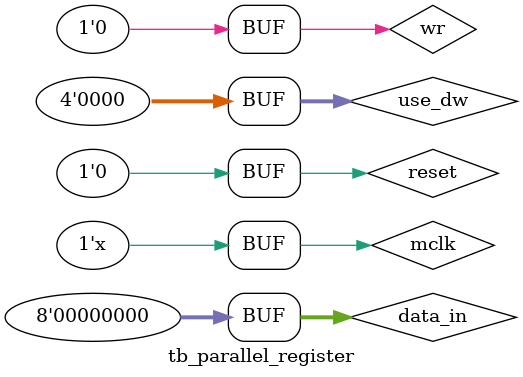
<source format=v>
`timescale 1us/100ns

module tb_parallel_register ();

reg mclk;
reg reset;
reg [3:0] use_dw;
reg [7:0] data_in;
reg wr;

wire [119:0] bus_out;

parallel_register U0 (.mclk(mclk), .reset(reset), .bus_out(bus_out), .data_in(data_in), .use_dw(use_dw), .wr(wr));

initial begin
	mclk = 0;
	wr = 0;
	reset = 1;
	use_dw  = 4'h0;
	data_in = 7'h0; 
end

always begin
	#10 mclk = ~mclk;
end

initial begin
	#100; 
	reset = 0;
	data_in = 8'h45;
	wr =1;
	use_dw = 4'h0;
	
	#20;
	data_in = 8'h87;
	wr =1;
	use_dw = 4'h1;

	#20;
	data_in = 8'h2e;
	wr =1;
	use_dw = 4'h2;

	#20;
	data_in = 8'h6d;
	wr =1;
	use_dw = 4'h3;

	#20;
	data_in = 8'hf2;
	wr =1;
	use_dw = 4'h4;

	#20;
	data_in = 8'hda;
	wr =1;
	use_dw = 4'h5;

	#20;
	data_in = 8'hea;
	wr =1;
	use_dw = 4'h6;

	#20;
	data_in = 8'h9e;
	wr =1;
	use_dw = 4'h7;

	#20;
	data_in = 8'h3a;
	wr =1;
	use_dw = 4'h8;

	#20;
	data_in = 8'hef;
	wr =1;
	use_dw = 4'h9;

	#20;
	data_in = 8'he3;
	wr =1;
	use_dw = 4'ha;

	#20;
	data_in = 8'hd4;
	wr =1;
	use_dw = 4'hb;

	#20;
	data_in = 8'hab;
	wr =1;
	use_dw = 4'hc;

	#20;
	data_in = 8'hfe;
	wr =1;
	use_dw = 4'hd;

	#20;
	data_in = 8'hff;
	wr =1;
	use_dw = 4'he;	
	#20;
	wr=0;
	use_dw = 4'h0;
	data_in = 8'h0;
	
	#1000;
	#100; 
	
	#20;
	data_in = 8'h87;
	wr =1;
	use_dw = 4'he;

	#20;
	data_in = 8'h2e;
	wr =1;
	use_dw = 4'hd;

	#20;
	data_in = 8'h6d;
	wr =1;
	use_dw = 4'hc;

	#20;
	data_in = 8'hf2;
	wr =1;
	use_dw = 4'hb;

	#20;
	data_in = 8'hda;
	wr =1;
	use_dw = 4'ha;

	#20;
	data_in = 8'hea;
	wr =1;
	use_dw = 4'h9;

	#20;
	data_in = 8'h9e;
	wr =1;
	use_dw = 4'h8;

	#20;
	data_in = 8'h3a;
	wr =1;
	use_dw = 4'h7;

	#20;
	data_in = 8'hef;
	wr =1;
	use_dw = 4'h6;

	#20;
	data_in = 8'h2f;
	wr =1;
	use_dw = 4'h5;

	#20;
	data_in = 8'he3;
	wr =1;
	use_dw = 4'h4;

	#20;
	data_in = 8'hd4;
	wr =1;
	use_dw = 4'h3;

	#20;
	data_in = 8'hab;
	wr =1;
	use_dw = 4'h2;

	#20;
	data_in = 8'hfe;
	wr =1;
	use_dw = 4'h1;

	#20;
	data_in = 8'hff;
	wr =1;
	use_dw = 4'h0;	
	#20;
	wr=0;
	use_dw = 4'h0;
	data_in = 8'h0;
	
	#100;
	
end


endmodule

</source>
